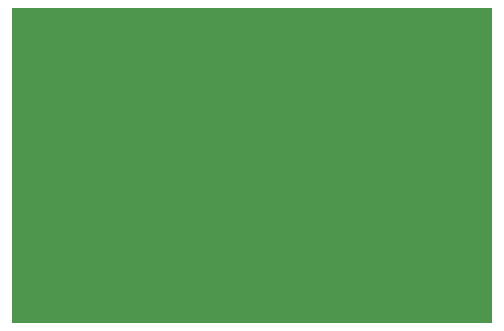
<source format=gbr>
G04 EAGLE Gerber RS-274X export*
G75*
%MOMM*%
%FSLAX34Y34*%
%LPD*%
%INBottom Copper*%
%IPPOS*%
%AMOC8*
5,1,8,0,0,1.08239X$1,22.5*%
G01*
G04 Define Apertures*
G36*
X939335Y469960D02*
X939038Y469900D01*
X534162Y469900D01*
X533887Y469951D01*
X533632Y470115D01*
X533460Y470365D01*
X533400Y470662D01*
X533400Y735838D01*
X533451Y736113D01*
X533615Y736368D01*
X533865Y736540D01*
X534162Y736600D01*
X939038Y736600D01*
X939313Y736549D01*
X939568Y736385D01*
X939740Y736135D01*
X939800Y735838D01*
X939800Y470662D01*
X939749Y470387D01*
X939585Y470132D01*
X939335Y469960D01*
G37*
M02*

</source>
